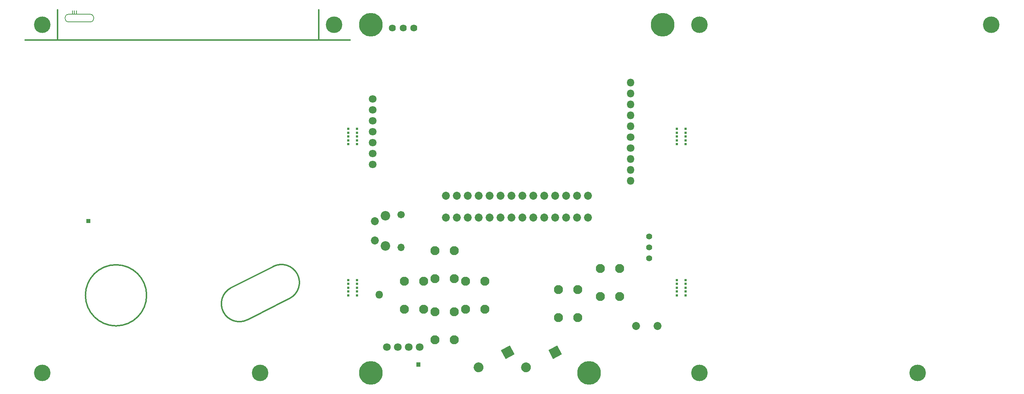
<source format=gbr>
G04 #@! TF.GenerationSoftware,KiCad,Pcbnew,(5.1.9-0-10_14)*
G04 #@! TF.CreationDate,2021-11-21T11:40:05-08:00*
G04 #@! TF.ProjectId,system,73797374-656d-42e6-9b69-6361645f7063,1.0-dev7*
G04 #@! TF.SameCoordinates,Original*
G04 #@! TF.FileFunction,Soldermask,Top*
G04 #@! TF.FilePolarity,Negative*
%FSLAX46Y46*%
G04 Gerber Fmt 4.6, Leading zero omitted, Abs format (unit mm)*
G04 Created by KiCad (PCBNEW (5.1.9-0-10_14)) date 2021-11-21 11:40:05*
%MOMM*%
%LPD*%
G01*
G04 APERTURE LIST*
%ADD10C,0.300000*%
%ADD11C,0.150000*%
%ADD12C,0.100000*%
%ADD13C,0.609600*%
%ADD14O,1.801600X1.801600*%
%ADD15C,1.801600*%
%ADD16C,1.851600*%
%ADD17C,2.101600*%
%ADD18C,3.851600*%
%ADD19C,1.401600*%
%ADD20C,5.501599*%
%ADD21C,5.501600*%
%ADD22C,1.701600*%
%ADD23O,1.701600X1.701600*%
%ADD24C,1.625600*%
%ADD25C,2.201600*%
G04 APERTURE END LIST*
D10*
X77141378Y-138760262D02*
G75*
G02*
X73281622Y-131345738I-1929878J3707262D01*
G01*
X83060622Y-126392738D02*
G75*
G02*
X86920378Y-133807262I1929878J-3707262D01*
G01*
X86920378Y-133807262D02*
X77141378Y-138760262D01*
X83060622Y-126392738D02*
X73281622Y-131345738D01*
D11*
X37395000Y-66865500D02*
X37395000Y-67691000D01*
X36895000Y-66865500D02*
X36895000Y-67691000D01*
X36395000Y-66865500D02*
X36395000Y-67691000D01*
X40513000Y-67691000D02*
G75*
G02*
X40513000Y-69469000I0J-889000D01*
G01*
X35560000Y-69469000D02*
G75*
G02*
X35560000Y-67691000I0J889000D01*
G01*
X35560000Y-67691000D02*
X40513000Y-67691000D01*
X40513000Y-69469000D02*
X35560000Y-69469000D01*
D10*
X93654500Y-66675000D02*
X93654500Y-73660000D01*
X32964500Y-66675000D02*
X32964500Y-73660000D01*
X25400000Y-73660000D02*
X100965000Y-73660000D01*
X53657500Y-133096000D02*
G75*
G03*
X53657500Y-133096000I-7112000J0D01*
G01*
X77141378Y-138760262D02*
G75*
G02*
X73281622Y-131345738I-1929878J3707262D01*
G01*
X83060622Y-126392738D02*
G75*
G02*
X86920378Y-133807262I1929878J-3707262D01*
G01*
X86920378Y-133807262D02*
X77141378Y-138760262D01*
X83060622Y-126392738D02*
X73281622Y-131345738D01*
D11*
X37395000Y-66865500D02*
X37395000Y-67691000D01*
X36895000Y-66865500D02*
X36895000Y-67691000D01*
X36395000Y-66865500D02*
X36395000Y-67691000D01*
X40513000Y-67691000D02*
G75*
G02*
X40513000Y-69469000I0J-889000D01*
G01*
X35560000Y-69469000D02*
G75*
G02*
X35560000Y-67691000I0J889000D01*
G01*
X35560000Y-67691000D02*
X40513000Y-67691000D01*
X40513000Y-69469000D02*
X35560000Y-69469000D01*
D10*
X93654500Y-66675000D02*
X93654500Y-73660000D01*
X32964500Y-66675000D02*
X32964500Y-73660000D01*
X25400000Y-73660000D02*
X100965000Y-73660000D01*
X53657500Y-133096000D02*
G75*
G03*
X53657500Y-133096000I-7112000J0D01*
G01*
D12*
G36*
X117264078Y-148724943D02*
G01*
X117265053Y-148725039D01*
X117274843Y-148726989D01*
X117275781Y-148727274D01*
X117284946Y-148731071D01*
X117285811Y-148731533D01*
X117294072Y-148737046D01*
X117294830Y-148737667D01*
X117301932Y-148744769D01*
X117302553Y-148745527D01*
X117308066Y-148753788D01*
X117308528Y-148754653D01*
X117312325Y-148763818D01*
X117312610Y-148764756D01*
X117314560Y-148774546D01*
X117314656Y-148775521D01*
X117314900Y-148780499D01*
X117314900Y-149631399D01*
X117314656Y-149636377D01*
X117314560Y-149637352D01*
X117312610Y-149647142D01*
X117312325Y-149648080D01*
X117308528Y-149657245D01*
X117308066Y-149658110D01*
X117302553Y-149666371D01*
X117301932Y-149667129D01*
X117294830Y-149674231D01*
X117294072Y-149674852D01*
X117285811Y-149680365D01*
X117284946Y-149680827D01*
X117275781Y-149684624D01*
X117274843Y-149684909D01*
X117265053Y-149686859D01*
X117264078Y-149686955D01*
X117259100Y-149687199D01*
X116420901Y-149687199D01*
X116415923Y-149686955D01*
X116414948Y-149686859D01*
X116405158Y-149684909D01*
X116404220Y-149684624D01*
X116395055Y-149680827D01*
X116394190Y-149680365D01*
X116385929Y-149674852D01*
X116385171Y-149674231D01*
X116378069Y-149667129D01*
X116377448Y-149666371D01*
X116371935Y-149658110D01*
X116371473Y-149657245D01*
X116367676Y-149648080D01*
X116367391Y-149647142D01*
X116365441Y-149637352D01*
X116365345Y-149636377D01*
X116365101Y-149631399D01*
X116365101Y-148780499D01*
X116365345Y-148775521D01*
X116365441Y-148774546D01*
X116367391Y-148764756D01*
X116367676Y-148763818D01*
X116371473Y-148754653D01*
X116371935Y-148753788D01*
X116377448Y-148745527D01*
X116378069Y-148744769D01*
X116385171Y-148737667D01*
X116385929Y-148737046D01*
X116394190Y-148731533D01*
X116395055Y-148731071D01*
X116404220Y-148727274D01*
X116405158Y-148726989D01*
X116414948Y-148725039D01*
X116415923Y-148724943D01*
X116420901Y-148724699D01*
X117259100Y-148724699D01*
X117264078Y-148724943D01*
G37*
D13*
X176879000Y-132207000D03*
X178911000Y-132207000D03*
X176879000Y-130429000D03*
X178911000Y-130429000D03*
X176879000Y-133096000D03*
X176879000Y-131318000D03*
X176879000Y-129540000D03*
X178911000Y-133096000D03*
X178911000Y-129540000D03*
X178911000Y-131318000D03*
X176879000Y-97028000D03*
X178911000Y-97028000D03*
X176879000Y-95250000D03*
X178911000Y-95250000D03*
X176879000Y-97917000D03*
X176879000Y-96139000D03*
X176879000Y-94361000D03*
X178911000Y-97917000D03*
X178911000Y-94361000D03*
X178911000Y-96139000D03*
X102521000Y-95250000D03*
X100489000Y-95250000D03*
X102521000Y-97028000D03*
X100489000Y-97028000D03*
X102521000Y-94361000D03*
X102521000Y-96139000D03*
X102521000Y-97917000D03*
X100489000Y-94361000D03*
X100489000Y-97917000D03*
X100489000Y-96139000D03*
X102521000Y-130429000D03*
X100489000Y-130429000D03*
X102521000Y-132207000D03*
X100489000Y-132207000D03*
X102521000Y-129540000D03*
X102521000Y-131318000D03*
X102521000Y-133096000D03*
X100489000Y-129540000D03*
X100489000Y-133096000D03*
X100489000Y-131318000D03*
D14*
X107696000Y-132969000D03*
D12*
G36*
X40556078Y-115323943D02*
G01*
X40557053Y-115324039D01*
X40566843Y-115325989D01*
X40567781Y-115326274D01*
X40576946Y-115330071D01*
X40577811Y-115330533D01*
X40586072Y-115336046D01*
X40586830Y-115336667D01*
X40593932Y-115343769D01*
X40594553Y-115344527D01*
X40600066Y-115352788D01*
X40600528Y-115353653D01*
X40604325Y-115362818D01*
X40604610Y-115363756D01*
X40606560Y-115373546D01*
X40606656Y-115374521D01*
X40606900Y-115379499D01*
X40606900Y-116230399D01*
X40606656Y-116235377D01*
X40606560Y-116236352D01*
X40604610Y-116246142D01*
X40604325Y-116247080D01*
X40600528Y-116256245D01*
X40600066Y-116257110D01*
X40594553Y-116265371D01*
X40593932Y-116266129D01*
X40586830Y-116273231D01*
X40586072Y-116273852D01*
X40577811Y-116279365D01*
X40576946Y-116279827D01*
X40567781Y-116283624D01*
X40566843Y-116283909D01*
X40557053Y-116285859D01*
X40556078Y-116285955D01*
X40551100Y-116286199D01*
X39712901Y-116286199D01*
X39707923Y-116285955D01*
X39706948Y-116285859D01*
X39697158Y-116283909D01*
X39696220Y-116283624D01*
X39687055Y-116279827D01*
X39686190Y-116279365D01*
X39677929Y-116273852D01*
X39677171Y-116273231D01*
X39670069Y-116266129D01*
X39669448Y-116265371D01*
X39663935Y-116257110D01*
X39663473Y-116256245D01*
X39659676Y-116247080D01*
X39659391Y-116246142D01*
X39657441Y-116236352D01*
X39657345Y-116235377D01*
X39657101Y-116230399D01*
X39657101Y-115379499D01*
X39657345Y-115374521D01*
X39657441Y-115373546D01*
X39659391Y-115363756D01*
X39659676Y-115362818D01*
X39663473Y-115353653D01*
X39663935Y-115352788D01*
X39669448Y-115344527D01*
X39670069Y-115343769D01*
X39677171Y-115336667D01*
X39677929Y-115336046D01*
X39686190Y-115330533D01*
X39687055Y-115330071D01*
X39696220Y-115326274D01*
X39697158Y-115325989D01*
X39706948Y-115324039D01*
X39707923Y-115323943D01*
X39712901Y-115323699D01*
X40551100Y-115323699D01*
X40556078Y-115323943D01*
G37*
D14*
X166116000Y-86106000D03*
X166116000Y-101346000D03*
X166116000Y-103886000D03*
X166116000Y-106426000D03*
X166116000Y-83566000D03*
D15*
X166116000Y-98806000D03*
D14*
X166116000Y-88646000D03*
X166116000Y-91186000D03*
X166116000Y-93726000D03*
D15*
X166116000Y-96266000D03*
G36*
G01*
X142851749Y-149328620D02*
X142851749Y-149328620D01*
G75*
G02*
X142362357Y-150880772I-1020772J-531380D01*
G01*
X142362357Y-150880772D01*
G75*
G02*
X140810205Y-150391380I-531380J1020772D01*
G01*
X140810205Y-150391380D01*
G75*
G02*
X141299597Y-148839228I1020772J531380D01*
G01*
X141299597Y-148839228D01*
G75*
G02*
X142851749Y-149328620I531380J-1020772D01*
G01*
G37*
G36*
G01*
X149102848Y-144834384D02*
X150118695Y-146785807D01*
G75*
G02*
X150097092Y-146854324I-45060J-23457D01*
G01*
X148145669Y-147870171D01*
G75*
G02*
X148077152Y-147848568I-23457J45060D01*
G01*
X147061305Y-145897145D01*
G75*
G02*
X147082908Y-145828628I45060J23457D01*
G01*
X149034331Y-144812781D01*
G75*
G02*
X149102848Y-144834384I23457J-45060D01*
G01*
G37*
G36*
G01*
X131830772Y-149328620D02*
X131830772Y-149328620D01*
G75*
G02*
X131341380Y-150880772I-1020772J-531380D01*
G01*
X131341380Y-150880772D01*
G75*
G02*
X129789228Y-150391380I-531380J1020772D01*
G01*
X129789228Y-150391380D01*
G75*
G02*
X130278620Y-148839228I1020772J531380D01*
G01*
X130278620Y-148839228D01*
G75*
G02*
X131830772Y-149328620I531380J-1020772D01*
G01*
G37*
G36*
G01*
X138081871Y-144834384D02*
X139097718Y-146785807D01*
G75*
G02*
X139076115Y-146854324I-45060J-23457D01*
G01*
X137124692Y-147870171D01*
G75*
G02*
X137056175Y-147848568I-23457J45060D01*
G01*
X136040328Y-145897145D01*
G75*
G02*
X136061931Y-145828628I45060J23457D01*
G01*
X138013354Y-144812781D01*
G75*
G02*
X138081871Y-144834384I23457J-45060D01*
G01*
G37*
D16*
X156210000Y-109920000D03*
X153670000Y-109920000D03*
X151130000Y-109920000D03*
X148590000Y-109920000D03*
X146050000Y-109920000D03*
X143510000Y-109920000D03*
X140970000Y-109920000D03*
X138430000Y-109920000D03*
X135890000Y-109920000D03*
X133350000Y-109920000D03*
X130810000Y-109920000D03*
X128270000Y-109920000D03*
X125730000Y-109920000D03*
X123190000Y-109920000D03*
X123190000Y-115000000D03*
X125730000Y-115000000D03*
X128270000Y-115000000D03*
X130810000Y-115000000D03*
X133350000Y-115000000D03*
X135890000Y-115000000D03*
X156210000Y-115000000D03*
X153670000Y-115000000D03*
X151130000Y-115000000D03*
X148590000Y-115000000D03*
X146050000Y-115000000D03*
X143510000Y-115000000D03*
X138430000Y-115000000D03*
X140970000Y-115000000D03*
D15*
X106200000Y-102616000D03*
X106200000Y-100076000D03*
X106200000Y-97536000D03*
X106200000Y-94996000D03*
X106200000Y-92456000D03*
X106200000Y-89916000D03*
X106200000Y-87376000D03*
D17*
X153852000Y-138303000D03*
X149352000Y-138303000D03*
X153852000Y-131803000D03*
X149352000Y-131803000D03*
X163631000Y-133350000D03*
X159131000Y-133350000D03*
X163631000Y-126850000D03*
X159131000Y-126850000D03*
X125186000Y-129234000D03*
X120686000Y-129234000D03*
X125186000Y-122734000D03*
X120686000Y-122734000D03*
X120686000Y-136958000D03*
X125186000Y-136958000D03*
X120686000Y-143458000D03*
X125186000Y-143458000D03*
X118074000Y-136346000D03*
X113574000Y-136346000D03*
X118074000Y-129846000D03*
X113574000Y-129846000D03*
X127798000Y-129846000D03*
X132298000Y-129846000D03*
X127798000Y-136346000D03*
X132298000Y-136346000D03*
D18*
X249999500Y-70104000D03*
X232854500Y-151130000D03*
X182181500Y-70104000D03*
X182181500Y-151130000D03*
D19*
X170434000Y-121920000D03*
X170434000Y-124460000D03*
X170434000Y-119380000D03*
D18*
X97218500Y-70104000D03*
X80073500Y-151130000D03*
X29400500Y-70104000D03*
X29400500Y-151130000D03*
D20*
X105791000Y-151130000D03*
X105791000Y-70104000D03*
X156464000Y-151130000D03*
D21*
X173609000Y-70104000D03*
D16*
X172426000Y-140208000D03*
X167426000Y-140208000D03*
D22*
X112776000Y-114300000D03*
D23*
X112776000Y-121920000D03*
D24*
X110794800Y-70866000D03*
X113284000Y-70866000D03*
X115773200Y-70866000D03*
D25*
X109170000Y-121584000D03*
D16*
X106680000Y-120324000D03*
X106680000Y-115824000D03*
D25*
X109170000Y-114574000D03*
D15*
X114554000Y-145161000D03*
X112014000Y-145161000D03*
X117094000Y-145161000D03*
X109474000Y-145161000D03*
D12*
G36*
X138059490Y-144787636D02*
G01*
X138060189Y-144788400D01*
X138613427Y-145851161D01*
X139122950Y-146829945D01*
X139122099Y-146832642D01*
X137080554Y-147895403D01*
X137078556Y-147895316D01*
X137077857Y-147894552D01*
X136524619Y-146831791D01*
X136015096Y-145853007D01*
X136015119Y-145852934D01*
X136019568Y-145852934D01*
X136528167Y-146829945D01*
X137080481Y-147890931D01*
X139118478Y-146830018D01*
X138609879Y-145853007D01*
X138057565Y-144792021D01*
X136019568Y-145852934D01*
X136015119Y-145852934D01*
X136015947Y-145850310D01*
X138057492Y-144787549D01*
X138059490Y-144787636D01*
G37*
G36*
X149080467Y-144787636D02*
G01*
X149081166Y-144788400D01*
X149634404Y-145851161D01*
X150143927Y-146829945D01*
X150143076Y-146832642D01*
X148101531Y-147895403D01*
X148099533Y-147895316D01*
X148098834Y-147894552D01*
X147545596Y-146831791D01*
X147036073Y-145853007D01*
X147036096Y-145852934D01*
X147040545Y-145852934D01*
X147549144Y-146829945D01*
X148101458Y-147890931D01*
X150139455Y-146830018D01*
X149630856Y-145853007D01*
X149078542Y-144792021D01*
X147040545Y-145852934D01*
X147036096Y-145852934D01*
X147036924Y-145850310D01*
X149078469Y-144787549D01*
X149080467Y-144787636D01*
G37*
M02*

</source>
